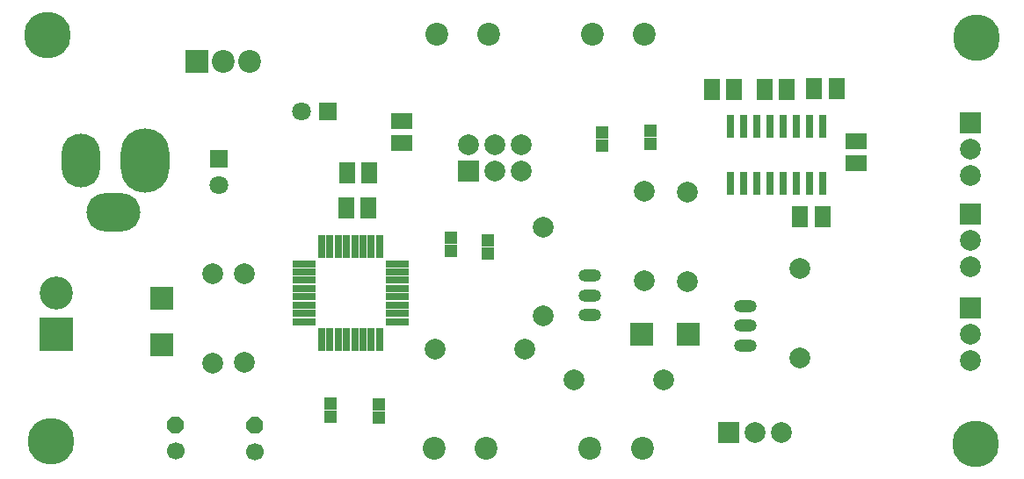
<source format=gbr>
G04 DipTrace 2.4.0.2*
%INTopMask.gbr*%
%MOIN*%
%ADD25R,0.0709X0.0709*%
%ADD29C,0.0787*%
%ADD32C,0.0709*%
%ADD40R,0.0787X0.0787*%
%ADD41C,0.1772*%
%ADD51R,0.0866X0.0866*%
%ADD52C,0.126*%
%ADD54R,0.126X0.126*%
%ADD56R,0.0906X0.0276*%
%ADD58R,0.0276X0.0906*%
%ADD60R,0.0315X0.0866*%
%ADD62O,0.0866X0.0472*%
%ADD64R,0.0472X0.0472*%
%ADD66C,0.0866*%
%ADD67C,0.0669*%
%ADD69R,0.0906X0.0866*%
%ADD71R,0.0866X0.0906*%
%ADD73C,0.0787*%
%ADD75O,0.1457X0.2047*%
%ADD77O,0.2047X0.1457*%
%ADD79O,0.185X0.2441*%
%ADD82R,0.0787X0.063*%
%ADD84R,0.063X0.0787*%
%FSLAX44Y44*%
G04*
G70*
G90*
G75*
G01*
%LNTopMask*%
%LPD*%
D84*
X35056Y19513D3*
X35903D3*
X33171Y19474D3*
X34018D3*
X31182D3*
X32029D3*
D82*
X36652Y17525D3*
Y16678D3*
D84*
X17317Y14979D3*
X18163D3*
X17344Y16315D3*
X18190D3*
X35374Y14647D3*
X34527D3*
D25*
X12486Y16838D3*
D32*
Y15838D3*
D25*
X16624Y18642D3*
D32*
X15624D3*
D79*
X9676Y16783D3*
D77*
X8495Y14815D3*
D75*
X7255Y16783D3*
D73*
X23962Y16386D3*
X22962D3*
D40*
X21962D3*
D73*
Y17386D3*
X22962D3*
X23962D3*
D71*
X30282Y10193D3*
X28522D3*
D69*
X10313Y9775D3*
Y11536D3*
G36*
X14152Y6857D2*
Y6598D1*
X13969Y6415D1*
X13711D1*
X13528Y6598D1*
Y6857D1*
X13711Y7040D1*
X13969D1*
X14152Y6857D1*
G37*
D67*
X13840Y5727D3*
G36*
X11147Y6871D2*
Y6613D1*
X10964Y6430D1*
X10705D1*
X10522Y6613D1*
Y6871D1*
X10705Y7054D1*
X10964D1*
X11147Y6871D1*
G37*
D67*
X10834Y5742D3*
D66*
X20658Y5845D3*
X22627D3*
X26564D3*
X28533D3*
X20749Y21599D3*
X22718D3*
X26655D3*
X28623D3*
D40*
X31809Y6447D3*
D73*
X32809D3*
X33809D3*
D41*
X6111Y6120D3*
X5993Y21566D3*
X41214Y21442D3*
X41198Y6003D3*
D40*
X40987Y18212D3*
D73*
Y17212D3*
Y16212D3*
D40*
X40992Y11190D3*
D73*
Y10190D3*
Y9190D3*
D40*
X40985Y14741D3*
D73*
Y13741D3*
Y12741D3*
D64*
X21291Y13341D3*
Y13841D3*
X18543Y7533D3*
Y7033D3*
X16713Y7544D3*
Y7044D3*
X22697Y13263D3*
Y13763D3*
X27016Y17864D3*
Y17364D3*
X28835Y17903D3*
Y17403D3*
D82*
X19409Y18288D3*
Y17441D3*
D62*
X26537Y10909D3*
Y11659D3*
Y12409D3*
X32433Y9757D3*
Y10507D3*
Y11257D3*
D29*
X20691Y9620D3*
X24084D3*
X24777Y10868D3*
Y14262D3*
X34500Y12691D3*
Y9297D3*
X28599Y12222D3*
Y15616D3*
X30239Y12195D3*
Y15588D3*
X25951Y8436D3*
X29345D3*
X13439Y12495D3*
Y9101D3*
X12232Y12492D3*
Y9098D3*
D60*
X35375Y18090D3*
X34875D3*
X34375D3*
X33875D3*
X33375D3*
X32875D3*
X32375D3*
X31875D3*
Y15925D3*
X32375D3*
X32875D3*
X33375D3*
X33875D3*
X34375D3*
X34875D3*
X35375D3*
D58*
X18580Y13533D3*
X18265D3*
X17950D3*
X17635D3*
X17320D3*
X17005D3*
X16690D3*
X16375D3*
D56*
X15706Y12864D3*
Y12549D3*
Y12234D3*
Y11919D3*
Y11604D3*
Y11289D3*
Y10974D3*
Y10659D3*
D58*
X16375Y9990D3*
X16690D3*
X17005D3*
X17320D3*
X17635D3*
X17950D3*
X18265D3*
X18580D3*
D56*
X19249Y10659D3*
Y10974D3*
Y11289D3*
Y11604D3*
Y11919D3*
Y12234D3*
Y12549D3*
Y12864D3*
D54*
X6316Y10190D3*
D52*
Y11749D3*
D51*
X11656Y20536D3*
D66*
X12656D3*
X13656D3*
M02*

</source>
